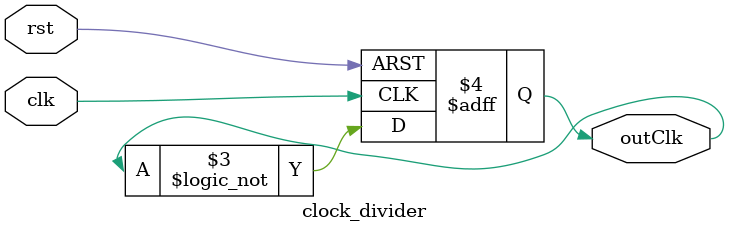
<source format=sv>
module clock_divider(
	input clk, // 50 MHz
	input rst, // active low
	output reg outClk // 25 MHz
);

	always @(posedge clk or negedge rst) begin
		if (!rst)
			outClk <= 0;
		else
			outClk = !outClk;
	end

endmodule

</source>
